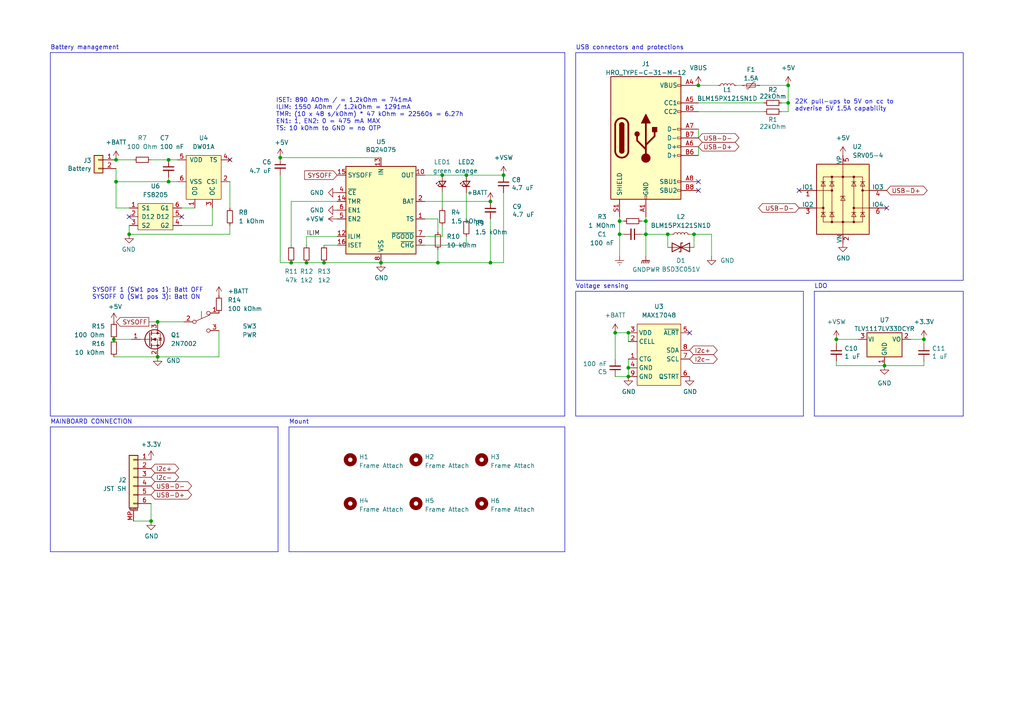
<source format=kicad_sch>
(kicad_sch (version 20211123) (generator eeschema)
  (paper "A4")
  (lib_symbols
    (symbol "Battery_Management:BQ24075RGT"
      (property "Reference" "U" (at -8.89 13.97 0))
      (property "Value" "BQ24075RGT" (at 16.51 13.97 0))
      (symbol "BQ24075RGT_0_1"
        (rectangle (start -10.16 12.7) (end 10.16 -12.7) (stroke (width 0.254)) (fill (type background)))
      )
      (symbol "BQ24075RGT_1_1"
        (pin passive line (at 12.7 -2.54 180) (length 2.54) (name "TS") (number "1"))
        (pin power_out line (at 12.7 10.16 180) (length 2.54) (name "OUT") (number "10"))
        (pin passive line (at 12.7 10.16 180) (length 2.54) hide (name "OUT") (number "11"))
        (pin passive line (at -12.7 -7.62 0) (length 2.54) (name "ILIM") (number "12"))
        (pin power_in line (at 0 15.24 270) (length 2.54) (name "IN") (number "13"))
        (pin input line (at -12.7 2.54 0) (length 2.54) (name "TMR") (number "14"))
        (pin input line (at -12.7 10.16 0) (length 2.54) (name "SYSOFF") (number "15"))
        (pin passive line (at -12.7 -10.16 0) (length 2.54) (name "ISET") (number "16"))
        (pin passive line (at 0 -15.24 90) (length 2.54) hide (name "VSS") (number "17"))
        (pin power_out line (at 12.7 2.54 180) (length 2.54) (name "BAT") (number "2"))
        (pin passive line (at 12.7 2.54 180) (length 2.54) hide (name "BAT") (number "3"))
        (pin input line (at -12.7 5.08 0) (length 2.54) (name "~{CE}") (number "4"))
        (pin input line (at -12.7 -2.54 0) (length 2.54) (name "EN2") (number "5"))
        (pin input line (at -12.7 0 0) (length 2.54) (name "EN1") (number "6"))
        (pin open_collector line (at 12.7 -7.62 180) (length 2.54) (name "~{PGOOD}") (number "7"))
        (pin power_in line (at 0 -15.24 90) (length 2.54) (name "VSS") (number "8"))
        (pin open_collector line (at 12.7 -10.16 180) (length 2.54) (name "~{CHG}") (number "9"))
      )
    )
    (symbol "Connector:USB_C_Receptacle_USB2.0" (pin_names (offset 1.016))
      (property "Reference" "J" (at -10.16 19.05 0))
      (property "Value" "USB_C_Receptacle_USB2.0" (at 19.05 19.05 0))
      (symbol "USB_C_Receptacle_USB2.0_0_0"
        (rectangle (start -0.254 -17.78) (end 0.254 -16.764))
        (rectangle (start 10.16 -14.986) (end 9.144 -15.494))
        (rectangle (start 10.16 -12.446) (end 9.144 -12.954))
        (rectangle (start 10.16 -4.826) (end 9.144 -5.334))
        (rectangle (start 10.16 -2.286) (end 9.144 -2.794))
        (rectangle (start 10.16 0.254) (end 9.144 -0.254))
        (rectangle (start 10.16 2.794) (end 9.144 2.286))
        (rectangle (start 10.16 7.874) (end 9.144 7.366))
        (rectangle (start 10.16 10.414) (end 9.144 9.906))
        (rectangle (start 10.16 15.494) (end 9.144 14.986))
      )
      (symbol "USB_C_Receptacle_USB2.0_0_1"
        (rectangle (start -10.16 17.78) (end 10.16 -17.78) (stroke (width 0.254)) (fill (type background)))
        (arc (start -8.89 -3.81) (mid -6.985 -5.715) (end -5.08 -3.81) (stroke (width 0.508)))
        (arc (start -7.62 -3.81) (mid -6.985 -4.445) (end -6.35 -3.81) (stroke (width 0.254)))
        (arc (start -7.62 -3.81) (mid -6.985 -4.445) (end -6.35 -3.81) (stroke (width 0.254)) (fill (type outline)))
        (rectangle (start -7.62 -3.81) (end -6.35 3.81) (stroke (width 0.254)) (fill (type outline)))
        (arc (start -6.35 3.81) (mid -6.985 4.445) (end -7.62 3.81) (stroke (width 0.254)))
        (arc (start -6.35 3.81) (mid -6.985 4.445) (end -7.62 3.81) (stroke (width 0.254)) (fill (type outline)))
        (arc (start -5.08 3.81) (mid -6.985 5.715) (end -8.89 3.81) (stroke (width 0.508)))
        (circle (center -2.54 1.143) (radius 0.635) (stroke (width 0.254)) (fill (type outline)))
        (circle (center 0 -5.842) (radius 1.27) (fill (type outline)))
        (polyline (pts (xy -8.89 -3.81) (xy -8.89 3.81)) (stroke (width 0.508)))
        (polyline (pts (xy -5.08 3.81) (xy -5.08 -3.81)) (stroke (width 0.508)))
        (polyline (pts (xy 0 -5.842) (xy 0 4.318)) (stroke (width 0.508)))
        (polyline (pts (xy 0 -3.302) (xy -2.54 -0.762) (xy -2.54 0.508)) (stroke (width 0.508)))
        (polyline (pts (xy 0 -2.032) (xy 2.54 0.508) (xy 2.54 1.778)) (stroke (width 0.508)))
        (polyline (pts (xy -1.27 4.318) (xy 0 6.858) (xy 1.27 4.318) (xy -1.27 4.318)) (stroke (width 0.254)) (fill (type outline)))
        (rectangle (start 1.905 1.778) (end 3.175 3.048) (stroke (width 0.254)) (fill (type outline)))
      )
      (symbol "USB_C_Receptacle_USB2.0_1_1"
        (pin passive line (at 0 -22.86 90) (length 5.08) (name "GND") (number "A1"))
        (pin passive line (at 0 -22.86 90) (length 5.08) hide (name "GND") (number "A12"))
        (pin passive line (at 15.24 15.24 180) (length 5.08) (name "VBUS") (number "A4"))
        (pin bidirectional line (at 15.24 10.16 180) (length 5.08) (name "CC1") (number "A5"))
        (pin bidirectional line (at 15.24 -2.54 180) (length 5.08) (name "D+") (number "A6"))
        (pin bidirectional line (at 15.24 2.54 180) (length 5.08) (name "D-") (number "A7"))
        (pin bidirectional line (at 15.24 -12.7 180) (length 5.08) (name "SBU1") (number "A8"))
        (pin passive line (at 15.24 15.24 180) (length 5.08) hide (name "VBUS") (number "A9"))
        (pin passive line (at 0 -22.86 90) (length 5.08) hide (name "GND") (number "B1"))
        (pin passive line (at 0 -22.86 90) (length 5.08) hide (name "GND") (number "B12"))
        (pin passive line (at 15.24 15.24 180) (length 5.08) hide (name "VBUS") (number "B4"))
        (pin bidirectional line (at 15.24 7.62 180) (length 5.08) (name "CC2") (number "B5"))
        (pin bidirectional line (at 15.24 -5.08 180) (length 5.08) (name "D+") (number "B6"))
        (pin bidirectional line (at 15.24 0 180) (length 5.08) (name "D-") (number "B7"))
        (pin bidirectional line (at 15.24 -15.24 180) (length 5.08) (name "SBU2") (number "B8"))
        (pin passive line (at 15.24 15.24 180) (length 5.08) hide (name "VBUS") (number "B9"))
        (pin passive line (at -7.62 -22.86 90) (length 5.08) (name "SHIELD") (number "S1"))
      )
    )
    (symbol "Connector_Generic:Conn_01x02" (pin_names (offset 1.016) hide)
      (property "Reference" "J" (at 0 2.54 0))
      (property "Value" "Conn_01x02" (at 0 -5.08 0))
      (symbol "Conn_01x02_1_1"
        (rectangle (start -1.27 -2.413) (end 0 -2.667) (stroke (width 0.1524)))
        (rectangle (start -1.27 0.127) (end 0 -0.127) (stroke (width 0.1524)))
        (rectangle (start -1.27 1.27) (end 1.27 -3.81) (stroke (width 0.254)) (fill (type background)))
        (pin passive line (at -5.08 0 0) (length 3.81) (name "Pin_1") (number "1"))
        (pin passive line (at -5.08 -2.54 0) (length 3.81) (name "Pin_2") (number "2"))
      )
    )
    (symbol "Connector_Generic_MountingPin:Conn_01x06_MountingPin" (pin_names (offset 1.016) hide)
      (property "Reference" "J" (at 0 7.62 0))
      (property "Value" "Conn_01x06_MountingPin" (at 1.27 -10.16 0))
      (symbol "Conn_01x06_MountingPin_1_1"
        (rectangle (start -1.27 -7.493) (end 0 -7.747) (stroke (width 0.1524)))
        (rectangle (start -1.27 -4.953) (end 0 -5.207) (stroke (width 0.1524)))
        (rectangle (start -1.27 -2.413) (end 0 -2.667) (stroke (width 0.1524)))
        (rectangle (start -1.27 0.127) (end 0 -0.127) (stroke (width 0.1524)))
        (rectangle (start -1.27 2.667) (end 0 2.413) (stroke (width 0.1524)))
        (rectangle (start -1.27 5.207) (end 0 4.953) (stroke (width 0.1524)))
        (rectangle (start -1.27 6.35) (end 1.27 -8.89) (stroke (width 0.254)) (fill (type background)))
        (polyline (pts (xy -1.016 -9.652) (xy 1.016 -9.652)) (stroke (width 0.1524)))
        (text "Mounting" (at 0 -9.271 0) (effects (font (size 0.381 0.381))))
        (pin passive line (at -5.08 5.08 0) (length 3.81) (name "Pin_1") (number "1"))
        (pin passive line (at -5.08 2.54 0) (length 3.81) (name "Pin_2") (number "2"))
        (pin passive line (at -5.08 0 0) (length 3.81) (name "Pin_3") (number "3"))
        (pin passive line (at -5.08 -2.54 0) (length 3.81) (name "Pin_4") (number "4"))
        (pin passive line (at -5.08 -5.08 0) (length 3.81) (name "Pin_5") (number "5"))
        (pin passive line (at -5.08 -7.62 0) (length 3.81) (name "Pin_6") (number "6"))
        (pin passive line (at 0 -12.7 90) (length 3.048) (name "MountPin") (number "MP"))
      )
    )
    (symbol "Device:C_Small" (pin_numbers hide) (pin_names (offset 0.254) hide)
      (property "Reference" "C" (at 0.254 1.778 0))
      (property "Value" "C_Small" (at 0.254 -2.032 0))
      (symbol "C_Small_0_1"
        (polyline (pts (xy -1.524 -0.508) (xy 1.524 -0.508)) (stroke (width 0.3302)))
        (polyline (pts (xy -1.524 0.508) (xy 1.524 0.508)) (stroke (width 0.3048)))
      )
      (symbol "C_Small_1_1"
        (pin passive line (at 0 2.54 270) (length 2.032) (name "~") (number "1"))
        (pin passive line (at 0 -2.54 90) (length 2.032) (name "~") (number "2"))
      )
    )
    (symbol "Device:D_TVS" (pin_numbers hide) (pin_names (offset 1.016) hide)
      (property "Reference" "D" (at 0 2.54 0))
      (property "Value" "D_TVS" (at 0 -2.54 0))
      (symbol "D_TVS_0_1"
        (polyline (pts (xy 1.27 0) (xy -1.27 0)))
        (polyline (pts (xy 0.508 1.27) (xy 0 1.27) (xy 0 -1.27) (xy -0.508 -1.27)) (stroke (width 0.254)))
        (polyline (pts (xy -2.54 1.27) (xy -2.54 -1.27) (xy 2.54 1.27) (xy 2.54 -1.27) (xy -2.54 1.27)) (stroke (width 0.254)))
      )
      (symbol "D_TVS_1_1"
        (pin passive line (at -3.81 0 0) (length 2.54) (name "A1") (number "1"))
        (pin passive line (at 3.81 0 180) (length 2.54) (name "A2") (number "2"))
      )
    )
    (symbol "Device:LED_Small" (pin_numbers hide) (pin_names (offset 0.254) hide)
      (property "Reference" "D" (at -1.27 3.175 0))
      (property "Value" "LED_Small" (at -4.445 -2.54 0))
      (symbol "LED_Small_0_1"
        (polyline (pts (xy -0.762 -1.016) (xy -0.762 1.016)) (stroke (width 0.254)))
        (polyline (pts (xy 1.016 0) (xy -0.762 0)))
        (polyline (pts (xy 0.762 -1.016) (xy -0.762 0) (xy 0.762 1.016) (xy 0.762 -1.016)) (stroke (width 0.254)))
        (polyline (pts (xy 0 0.762) (xy -0.508 1.27) (xy -0.254 1.27) (xy -0.508 1.27) (xy -0.508 1.016)))
        (polyline (pts (xy 0.508 1.27) (xy 0 1.778) (xy 0.254 1.778) (xy 0 1.778) (xy 0 1.524)))
      )
      (symbol "LED_Small_1_1"
        (pin passive line (at -2.54 0 0) (length 1.778) (name "K") (number "1"))
        (pin passive line (at 2.54 0 180) (length 1.778) (name "A") (number "2"))
      )
    )
    (symbol "Device:L_Small" (pin_numbers hide) (pin_names (offset 0.254) hide)
      (property "Reference" "L" (at 0.762 1.016 0))
      (property "Value" "L_Small" (at 0.762 -1.016 0))
      (symbol "L_Small_0_1"
        (arc (start 0 -2.032) (mid 0.508 -1.524) (end 0 -1.016))
        (arc (start 0 -1.016) (mid 0.508 -0.508) (end 0 0))
        (arc (start 0 0) (mid 0.508 0.508) (end 0 1.016))
        (arc (start 0 1.016) (mid 0.508 1.524) (end 0 2.032))
      )
      (symbol "L_Small_1_1"
        (pin passive line (at 0 2.54 270) (length 0.508) (name "~") (number "1"))
        (pin passive line (at 0 -2.54 90) (length 0.508) (name "~") (number "2"))
      )
    )
    (symbol "Device:Polyfuse_Small" (pin_numbers hide) (pin_names (offset 0))
      (property "Reference" "F" (at -1.905 0 90))
      (property "Value" "Polyfuse_Small" (at 1.905 0 90))
      (symbol "Polyfuse_Small_0_1"
        (rectangle (start -0.508 1.27) (end 0.508 -1.27))
        (polyline (pts (xy 0 2.54) (xy 0 -2.54)))
        (polyline (pts (xy -1.016 1.27) (xy -1.016 0.762) (xy 1.016 -0.762) (xy 1.016 -1.27)))
      )
      (symbol "Polyfuse_Small_1_1"
        (pin passive line (at 0 2.54 270) (length 0.635) (name "~") (number "1"))
        (pin passive line (at 0 -2.54 90) (length 0.635) (name "~") (number "2"))
      )
    )
    (symbol "Device:R_Small" (pin_numbers hide) (pin_names (offset 0.254) hide)
      (property "Reference" "R" (at 0.762 0.508 0))
      (property "Value" "R_Small" (at 0.762 -1.016 0))
      (symbol "R_Small_0_1"
        (rectangle (start -0.762 1.778) (end 0.762 -1.778) (stroke (width 0.2032)))
      )
      (symbol "R_Small_1_1"
        (pin passive line (at 0 2.54 270) (length 0.762) (name "~") (number "1"))
        (pin passive line (at 0 -2.54 90) (length 0.762) (name "~") (number "2"))
      )
    )
    (symbol "Mechanical:MountingHole" (pin_names (offset 1.016))
      (property "Reference" "H" (at 0 5.08 0))
      (property "Value" "MountingHole" (at 0 3.175 0))
      (symbol "MountingHole_0_1"
        (circle (center 0 0) (radius 1.27) (stroke (width 1.27)))
      )
    )
    (symbol "Power_Protection:SRV05-4" (pin_names (offset 0))
      (property "Reference" "U" (at -5.08 11.43 0))
      (property "Value" "SRV05-4" (at 2.54 11.43 0))
      (symbol "SRV05-4_0_0"
        (rectangle (start -5.715 6.477) (end 5.715 -6.604))
        (polyline (pts (xy -3.175 -6.604) (xy -3.175 6.477)))
        (polyline (pts (xy 3.175 6.477) (xy 3.175 -6.604)))
      )
      (symbol "SRV05-4_0_1"
        (rectangle (start -7.62 10.16) (end 7.62 -10.16) (stroke (width 0.254)) (fill (type background)))
        (circle (center -5.715 -2.54) (radius 0.2794) (fill (type outline)))
        (circle (center -3.175 -6.604) (radius 0.2794) (fill (type outline)))
        (circle (center -3.175 2.54) (radius 0.2794) (fill (type outline)))
        (circle (center -3.175 6.477) (radius 0.2794) (fill (type outline)))
        (circle (center 0 -6.604) (radius 0.2794) (fill (type outline)))
        (polyline (pts (xy -7.747 2.54) (xy -3.175 2.54)))
        (polyline (pts (xy -7.62 -2.54) (xy -5.715 -2.54)))
        (polyline (pts (xy -5.08 -3.81) (xy -6.35 -3.81)))
        (polyline (pts (xy -5.08 5.08) (xy -6.35 5.08)))
        (polyline (pts (xy -2.54 -3.81) (xy -3.81 -3.81)))
        (polyline (pts (xy -2.54 5.08) (xy -3.81 5.08)))
        (polyline (pts (xy 0 10.16) (xy 0 -10.16)))
        (polyline (pts (xy 3.81 -3.81) (xy 2.54 -3.81)))
        (polyline (pts (xy 3.81 5.08) (xy 2.54 5.08)))
        (polyline (pts (xy 6.35 -3.81) (xy 5.08 -3.81)))
        (polyline (pts (xy 6.35 5.08) (xy 5.08 5.08)))
        (polyline (pts (xy 7.62 -2.54) (xy 3.175 -2.54)))
        (polyline (pts (xy 7.62 2.54) (xy 5.715 2.54)))
        (polyline (pts (xy 0.635 0.889) (xy -0.635 0.889) (xy -0.635 0.635)))
        (polyline (pts (xy -5.08 -5.08) (xy -6.35 -5.08) (xy -5.715 -3.81) (xy -5.08 -5.08)))
        (polyline (pts (xy -5.08 3.81) (xy -6.35 3.81) (xy -5.715 5.08) (xy -5.08 3.81)))
        (polyline (pts (xy -2.54 -5.08) (xy -3.81 -5.08) (xy -3.175 -3.81) (xy -2.54 -5.08)))
        (polyline (pts (xy -2.54 3.81) (xy -3.81 3.81) (xy -3.175 5.08) (xy -2.54 3.81)))
        (polyline (pts (xy 0.635 -0.381) (xy -0.635 -0.381) (xy 0 0.889) (xy 0.635 -0.381)))
        (polyline (pts (xy 3.81 -5.08) (xy 2.54 -5.08) (xy 3.175 -3.81) (xy 3.81 -5.08)))
        (polyline (pts (xy 3.81 3.81) (xy 2.54 3.81) (xy 3.175 5.08) (xy 3.81 3.81)))
        (polyline (pts (xy 6.35 -5.08) (xy 5.08 -5.08) (xy 5.715 -3.81) (xy 6.35 -5.08)))
        (polyline (pts (xy 6.35 3.81) (xy 5.08 3.81) (xy 5.715 5.08) (xy 6.35 3.81)))
        (circle (center 0 6.477) (radius 0.2794) (fill (type outline)))
        (circle (center 3.175 -6.604) (radius 0.2794) (fill (type outline)))
        (circle (center 3.175 -2.54) (radius 0.2794) (fill (type outline)))
        (circle (center 3.175 6.477) (radius 0.2794) (fill (type outline)))
        (circle (center 5.715 2.54) (radius 0.2794) (fill (type outline)))
      )
      (symbol "SRV05-4_1_1"
        (pin passive line (at -12.7 2.54 0) (length 5.08) (name "IO1") (number "1"))
        (pin passive line (at 0 -12.7 90) (length 2.54) (name "VN") (number "2"))
        (pin passive line (at -12.7 -2.54 0) (length 5.08) (name "IO2") (number "3"))
        (pin passive line (at 12.7 2.54 180) (length 5.08) (name "IO3") (number "4"))
        (pin passive line (at 0 12.7 270) (length 2.54) (name "VP") (number "5"))
        (pin passive line (at 12.7 -2.54 180) (length 5.08) (name "IO4") (number "6"))
      )
    )
    (symbol "Regulator_Linear:NCP1117-3.3_SOT223" (pin_names (offset 0.254))
      (property "Reference" "U" (at -3.81 3.175 0))
      (property "Value" "NCP1117-3.3_SOT223" (at 0 3.175 0))
      (symbol "NCP1117-3.3_SOT223_0_1"
        (rectangle (start -5.08 -5.08) (end 5.08 1.905) (stroke (width 0.254)) (fill (type background)))
      )
      (symbol "NCP1117-3.3_SOT223_1_1"
        (pin power_in line (at 0 -7.62 90) (length 2.54) (name "GND") (number "1"))
        (pin power_out line (at 7.62 0 180) (length 2.54) (name "VO") (number "2"))
        (pin power_in line (at -7.62 0 0) (length 2.54) (name "VI") (number "3"))
      )
    )
    (symbol "Switch:SW_Push_SPDT" (pin_names (offset 0) hide)
      (property "Reference" "SW" (at 0 4.318 0))
      (property "Value" "SW_Push_SPDT" (at 0 -5.08 0))
      (symbol "SW_Push_SPDT_0_0"
        (circle (center -2.032 0) (radius 0.508))
        (polyline (pts (xy 0 1.016) (xy 0 3.048)))
        (circle (center 2.032 -2.54) (radius 0.508))
      )
      (symbol "SW_Push_SPDT_0_1"
        (polyline (pts (xy -1.524 0.254) (xy 2.54 2.032)))
        (circle (center 2.032 2.54) (radius 0.508))
      )
      (symbol "SW_Push_SPDT_1_1"
        (pin passive line (at 5.08 2.54 180) (length 2.54) (name "A") (number "1"))
        (pin passive line (at -5.08 0 0) (length 2.54) (name "B") (number "2"))
        (pin passive line (at 5.08 -2.54 180) (length 2.54) (name "C") (number "3"))
      )
    )
    (symbol "Transistor_FET:2N7002" (pin_names hide)
      (property "Reference" "Q" (at 5.08 1.905 0))
      (property "Value" "2N7002" (at 5.08 0 0))
      (symbol "2N7002_0_1"
        (polyline (pts (xy 0.254 0) (xy -2.54 0)))
        (polyline (pts (xy 0.254 1.905) (xy 0.254 -1.905)) (stroke (width 0.254)))
        (polyline (pts (xy 0.762 -1.27) (xy 0.762 -2.286)) (stroke (width 0.254)))
        (polyline (pts (xy 0.762 0.508) (xy 0.762 -0.508)) (stroke (width 0.254)))
        (polyline (pts (xy 0.762 2.286) (xy 0.762 1.27)) (stroke (width 0.254)))
        (polyline (pts (xy 2.54 2.54) (xy 2.54 1.778)))
        (polyline (pts (xy 2.54 -2.54) (xy 2.54 0) (xy 0.762 0)))
        (polyline (pts (xy 0.762 -1.778) (xy 3.302 -1.778) (xy 3.302 1.778) (xy 0.762 1.778)))
        (polyline (pts (xy 1.016 0) (xy 2.032 0.381) (xy 2.032 -0.381) (xy 1.016 0)) (fill (type outline)))
        (polyline (pts (xy 2.794 0.508) (xy 2.921 0.381) (xy 3.683 0.381) (xy 3.81 0.254)))
        (polyline (pts (xy 3.302 0.381) (xy 2.921 -0.254) (xy 3.683 -0.254) (xy 3.302 0.381)))
        (circle (center 1.651 0) (radius 2.794) (stroke (width 0.254)))
        (circle (center 2.54 -1.778) (radius 0.254) (fill (type outline)))
        (circle (center 2.54 1.778) (radius 0.254) (fill (type outline)))
      )
      (symbol "2N7002_1_1"
        (pin input line (at -5.08 0 0) (length 2.54) (name "G") (number "1"))
        (pin passive line (at 2.54 -5.08 90) (length 2.54) (name "S") (number "2"))
        (pin passive line (at 2.54 5.08 270) (length 2.54) (name "D") (number "3"))
      )
    )
    (symbol "marbastlib-various:DW01A" (pin_names (offset 1.016))
      (property "Reference" "U" (at -5.08 7.62 0))
      (property "Value" "DW01A" (at 2.54 7.62 0))
      (symbol "DW01A_0_1"
        (rectangle (start -5.08 6.35) (end 5.08 -6.35) (fill (type background)))
      )
      (symbol "DW01A_1_1"
        (pin output line (at -2.54 -8.89 90) (length 2.54) (name "OD") (number "1"))
        (pin input line (at 7.62 -1.27 180) (length 2.54) (name "CSI") (number "2"))
        (pin output line (at 2.54 -8.89 90) (length 2.54) (name "OC") (number "3"))
        (pin no_connect line (at 7.62 5.08 180) (length 2.54) (name "TS") (number "4"))
        (pin power_in line (at -7.62 5.08 0) (length 2.54) (name "VDD") (number "5"))
        (pin power_in line (at -7.62 -1.27 0) (length 2.54) (name "VSS") (number "6"))
      )
    )
    (symbol "marbastlib-various:FS8205" (pin_names (offset 1.016))
      (property "Reference" "U" (at -3.81 5.08 0))
      (property "Value" "FS8205" (at -1.27 -5.08 0))
      (symbol "FS8205_0_1"
        (rectangle (start -5.08 3.81) (end 5.08 -3.81) (fill (type background)))
      )
      (symbol "FS8205_1_1"
        (pin power_in line (at -7.62 2.54 0) (length 2.54) (name "S1") (number "1"))
        (pin power_in line (at -7.62 0 0) (length 2.54) (name "D12") (number "2"))
        (pin power_in line (at -7.62 -2.54 0) (length 2.54) (name "S2") (number "3"))
        (pin input line (at 7.62 -2.54 180) (length 2.54) (name "G2") (number "4"))
        (pin power_in line (at 7.62 0 180) (length 2.54) (name "D12") (number "5"))
        (pin input line (at 7.62 2.54 180) (length 2.54) (name "G1") (number "6"))
      )
    )
    (symbol "marbastlib-various:MAX17048"
      (property "Reference" "U" (at 0 10.16 0))
      (property "Value" "MAX17048" (at 0 -10.16 0))
      (symbol "MAX17048_0_0"
        (pin power_in line (at -8.89 -1.27 0) (length 2.54) (name "CTG") (number "1"))
        (pin power_in line (at -8.89 3.81 0) (length 2.54) (name "CELL") (number "2"))
        (pin power_in line (at -8.89 6.35 0) (length 2.54) (name "VDD") (number "3"))
        (pin power_in line (at -8.89 -3.81 0) (length 2.54) (name "GND") (number "4"))
        (pin open_collector line (at 8.89 6.35 180) (length 2.54) (name "~{ALRT}") (number "5"))
        (pin input line (at 8.89 -6.35 180) (length 2.54) (name "QSTRT") (number "6"))
        (pin bidirectional line (at 8.89 -1.27 180) (length 2.54) (name "SCL") (number "7"))
        (pin bidirectional line (at 8.89 1.27 180) (length 2.54) (name "SDA") (number "8"))
        (pin power_in line (at -8.89 -6.35 0) (length 2.54) (name "GND") (number "9"))
      )
      (symbol "MAX17048_0_1"
        (rectangle (start -6.35 8.89) (end 6.35 -8.89) (stroke (width 0.1524)) (fill (type background)))
      )
    )
    (symbol "power:+3.3V" (power) (pin_names (offset 0))
      (property "Value" "+3.3V" (at 0 3.556 0))
      (symbol "+3.3V_0_1"
        (polyline (pts (xy -0.762 1.27) (xy 0 2.54)))
        (polyline (pts (xy 0 0) (xy 0 2.54)))
        (polyline (pts (xy 0 2.54) (xy 0.762 1.27)))
      )
      (symbol "+3.3V_1_1"
        (pin power_in line (at 0 0 90) (length 0) hide (name "+3.3V") (number "1"))
      )
    )
    (symbol "power:+5V" (power) (pin_names (offset 0))
      (property "Value" "+5V" (at 0 3.556 0))
      (symbol "+5V_0_1"
        (polyline (pts (xy -0.762 1.27) (xy 0 2.54)))
        (polyline (pts (xy 0 0) (xy 0 2.54)))
        (polyline (pts (xy 0 2.54) (xy 0.762 1.27)))
      )
      (symbol "+5V_1_1"
        (pin power_in line (at 0 0 90) (length 0) hide (name "+5V") (number "1"))
      )
    )
    (symbol "power:+BATT" (power) (pin_names (offset 0))
      (property "Value" "+BATT" (at 0 3.556 0))
      (symbol "+BATT_0_1"
        (polyline (pts (xy -0.762 1.27) (xy 0 2.54)))
        (polyline (pts (xy 0 0) (xy 0 2.54)))
        (polyline (pts (xy 0 2.54) (xy 0.762 1.27)))
      )
      (symbol "+BATT_1_1"
        (pin power_in line (at 0 0 90) (length 0) hide (name "+BATT") (number "1"))
      )
    )
    (symbol "power:+VSW" (power) (pin_names (offset 0))
      (property "Value" "+VSW" (at 0 3.556 0))
      (symbol "+VSW_0_1"
        (polyline (pts (xy -0.762 1.27) (xy 0 2.54)))
        (polyline (pts (xy 0 0) (xy 0 2.54)))
        (polyline (pts (xy 0 2.54) (xy 0.762 1.27)))
      )
      (symbol "+VSW_1_1"
        (pin power_in line (at 0 0 90) (length 0) hide (name "+VSW") (number "1"))
      )
    )
    (symbol "power:Earth" (power) (pin_names (offset 0))
      (symbol "Earth_0_1"
        (polyline (pts (xy -0.635 -1.905) (xy 0.635 -1.905)))
        (polyline (pts (xy -0.127 -2.54) (xy 0.127 -2.54)))
        (polyline (pts (xy 0 -1.27) (xy 0 0)))
        (polyline (pts (xy 1.27 -1.27) (xy -1.27 -1.27)))
      )
      (symbol "Earth_1_1"
        (pin power_in line (at 0 0 270) (length 0) hide (name "Earth") (number "1"))
      )
    )
    (symbol "power:GND" (power) (pin_names (offset 0))
      (property "Value" "GND" (at 0 -3.81 0))
      (symbol "GND_0_1"
        (polyline (pts (xy 0 0) (xy 0 -1.27) (xy 1.27 -1.27) (xy 0 -2.54) (xy -1.27 -1.27) (xy 0 -1.27)))
      )
      (symbol "GND_1_1"
        (pin power_in line (at 0 0 270) (length 0) hide (name "GND") (number "1"))
      )
    )
    (symbol "power:GNDPWR" (power) (pin_names (offset 0))
      (property "Value" "GNDPWR" (at 0 -3.302 0))
      (symbol "GNDPWR_0_1"
        (polyline (pts (xy 0 -1.27) (xy 0 0)))
        (polyline (pts (xy -1.016 -1.27) (xy -1.27 -2.032) (xy -1.27 -2.032)) (stroke (width 0.2032)))
        (polyline (pts (xy -0.508 -1.27) (xy -0.762 -2.032) (xy -0.762 -2.032)) (stroke (width 0.2032)))
        (polyline (pts (xy 0 -1.27) (xy -0.254 -2.032) (xy -0.254 -2.032)) (stroke (width 0.2032)))
        (polyline (pts (xy 0.508 -1.27) (xy 0.254 -2.032) (xy 0.254 -2.032)) (stroke (width 0.2032)))
        (polyline (pts (xy 1.016 -1.27) (xy -1.016 -1.27) (xy -1.016 -1.27)) (stroke (width 0.2032)))
        (polyline (pts (xy 1.016 -1.27) (xy 0.762 -2.032) (xy 0.762 -2.032) (xy 0.762 -2.032)) (stroke (width 0.2032)))
      )
      (symbol "GNDPWR_1_1"
        (pin power_in line (at 0 0 270) (length 0) hide (name "GNDPWR") (number "1"))
      )
    )
    (symbol "power:VBUS" (power) (pin_names (offset 0))
      (property "Value" "VBUS" (at 0 3.81 0))
      (symbol "VBUS_0_1"
        (polyline (pts (xy -0.762 1.27) (xy 0 2.54)))
        (polyline (pts (xy 0 0) (xy 0 2.54)))
        (polyline (pts (xy 0 2.54) (xy 0.762 1.27)))
      )
      (symbol "VBUS_1_1"
        (pin power_in line (at 0 0 90) (length 0) hide (name "VBUS") (number "1"))
      )
    )
  )
  (junction (at 242.57 98.425))
  (junction (at 48.895 46.355))
  (junction (at 33.655 52.705))
  (junction (at 37.465 67.945))
  (junction (at 228.6 24.765))
  (junction (at 193.675 67.945))
  (junction (at 81.28 45.72))
  (junction (at 179.705 67.945) (diameter 0.9144))
  (junction (at 187.325 67.945) (diameter 0.9144))
  (junction (at 201.295 67.945))
  (junction (at 48.895 52.705))
  (junction (at 228.6 29.845))
  (junction (at 142.24 58.42) (diameter 0.9144))
  (junction (at 45.72 103.505))
  (junction (at 267.97 98.425))
  (junction (at 179.705 64.135) (diameter 0.9144))
  (junction (at 182.245 109.22))
  (junction (at 88.9 76.2) (diameter 0.9144))
  (junction (at 110.49 76.2) (diameter 0.9144))
  (junction (at 142.24 76.2))
  (junction (at 135.255 50.8))
  (junction (at 93.98 76.2) (diameter 0.9144))
  (junction (at 202.565 24.765))
  (junction (at 84.455 76.2))
  (junction (at 43.815 151.13))
  (junction (at 256.54 106.045))
  (junction (at 33.655 46.355))
  (junction (at 127 76.2) (diameter 0.9144))
  (junction (at 182.245 96.52))
  (junction (at 128.27 50.8))
  (junction (at 146.05 50.8))
  (junction (at 33.02 98.425))
  (junction (at 187.325 64.135) (diameter 0.9144))
  (junction (at 182.245 106.68))
  (junction (at 45.72 93.345))
  (junction (at 178.435 96.52))
  (no_connect (at 231.775 55.245))
  (no_connect (at 202.565 55.245))
  (no_connect (at 202.565 52.705))
  (no_connect (at 200.025 96.52))
  (no_connect (at 37.465 62.865))
  (no_connect (at 66.675 46.355))
  (no_connect (at 52.705 62.865))
  (no_connect (at 257.175 60.325))
  (wire (pts (xy 43.18 93.345) (xy 45.72 93.345)))
  (wire (pts (xy 123.19 63.5) (xy 127 63.5)))
  (wire (pts (xy 220.345 24.765) (xy 228.6 24.765)))
  (polyline (pts (xy 279.3746 120.6754) (xy 279.3746 84.4804)) (stroke (width 0) (type solid)))
  (wire (pts (xy 146.05 76.2) (xy 142.24 76.2)))
  (wire (pts (xy 93.98 71.12) (xy 97.79 71.12)))
  (wire (pts (xy 256.54 106.045) (xy 267.97 106.045)))
  (wire (pts (xy 221.615 29.845) (xy 202.565 29.845)))
  (polyline (pts (xy 14.605 15.24) (xy 163.83 15.24)) (stroke (width 0) (type solid)))
  (wire (pts (xy 193.675 67.945) (xy 193.675 71.755)))
  (polyline (pts (xy 279.3746 81.3054) (xy 279.3746 15.2654)) (stroke (width 0) (type solid)))
  (wire (pts (xy 182.245 96.52) (xy 182.245 99.06)))
  (wire (pts (xy 128.27 50.8) (xy 135.255 50.8)))
  (polyline (pts (xy 83.82 123.825) (xy 83.82 160.02)) (stroke (width 0) (type solid)))
  (wire (pts (xy 127 67.31) (xy 127 63.5)))
  (wire (pts (xy 186.055 67.945) (xy 187.325 67.945)))
  (wire (pts (xy 33.655 48.895) (xy 33.655 52.705)))
  (wire (pts (xy 33.655 60.325) (xy 37.465 60.325)))
  (wire (pts (xy 179.705 62.865) (xy 179.705 64.135)))
  (wire (pts (xy 264.16 98.425) (xy 267.97 98.425)))
  (wire (pts (xy 48.895 52.705) (xy 48.895 51.435)))
  (wire (pts (xy 179.705 64.135) (xy 179.705 67.945)))
  (polyline (pts (xy 166.9796 15.2654) (xy 279.3746 15.2654)) (stroke (width 0) (type solid)))
  (polyline (pts (xy 233.0196 120.6754) (xy 233.0196 84.4804)) (stroke (width 0) (type solid)))
  (wire (pts (xy 182.245 104.14) (xy 182.245 106.68)))
  (wire (pts (xy 66.675 67.945) (xy 66.675 65.405)))
  (polyline (pts (xy 14.605 15.24) (xy 14.5796 120.6754)) (stroke (width 0) (type solid)))
  (wire (pts (xy 200.025 67.945) (xy 201.295 67.945)))
  (wire (pts (xy 37.465 65.405) (xy 37.465 67.945)))
  (wire (pts (xy 88.9 68.58) (xy 97.79 68.58)))
  (wire (pts (xy 66.675 52.705) (xy 66.675 60.325)))
  (wire (pts (xy 206.375 74.295) (xy 206.375 67.945)))
  (wire (pts (xy 206.375 67.945) (xy 201.295 67.945)))
  (wire (pts (xy 135.255 55.88) (xy 135.255 63.5)))
  (wire (pts (xy 51.435 52.705) (xy 48.895 52.705)))
  (wire (pts (xy 84.455 58.42) (xy 97.79 58.42)))
  (polyline (pts (xy 166.9796 84.4804) (xy 233.0196 84.4804)) (stroke (width 0) (type solid)))
  (polyline (pts (xy 14.605 160.02) (xy 80.645 160.02)) (stroke (width 0) (type solid)))
  (wire (pts (xy 93.98 76.2) (xy 110.49 76.2)))
  (wire (pts (xy 213.487 24.765) (xy 215.265 24.765)))
  (wire (pts (xy 178.435 96.52) (xy 182.245 96.52)))
  (wire (pts (xy 81.28 45.72) (xy 110.49 45.72)))
  (wire (pts (xy 88.9 68.58) (xy 88.9 71.12)))
  (wire (pts (xy 242.57 104.775) (xy 242.57 106.045)))
  (wire (pts (xy 178.435 96.52) (xy 178.435 104.14)))
  (wire (pts (xy 228.6 24.765) (xy 228.6 29.845)))
  (wire (pts (xy 43.815 151.13) (xy 38.735 151.13)))
  (wire (pts (xy 202.565 42.545) (xy 202.565 45.085)))
  (wire (pts (xy 242.57 98.425) (xy 248.92 98.425)))
  (wire (pts (xy 33.02 98.425) (xy 38.1 98.425)))
  (wire (pts (xy 43.815 46.355) (xy 48.895 46.355)))
  (polyline (pts (xy 166.9796 15.2654) (xy 166.9796 81.3054)) (stroke (width 0) (type solid)))
  (wire (pts (xy 63.5 103.505) (xy 45.72 103.505)))
  (wire (pts (xy 45.72 93.345) (xy 53.34 93.345)))
  (polyline (pts (xy 80.645 160.02) (xy 80.645 123.825)) (stroke (width 0) (type solid)))
  (wire (pts (xy 228.6 32.385) (xy 226.695 32.385)))
  (polyline (pts (xy 83.82 123.825) (xy 163.83 123.825)) (stroke (width 0) (type solid)))
  (polyline (pts (xy 236.1946 84.4804) (xy 236.1946 120.6754)) (stroke (width 0) (type solid)))
  (wire (pts (xy 180.975 64.135) (xy 179.705 64.135)))
  (wire (pts (xy 84.455 76.2) (xy 88.9 76.2)))
  (wire (pts (xy 37.465 67.945) (xy 66.675 67.945)))
  (wire (pts (xy 123.19 71.12) (xy 135.255 71.12)))
  (wire (pts (xy 202.565 24.765) (xy 208.407 24.765)))
  (wire (pts (xy 182.245 106.68) (xy 182.245 109.22)))
  (wire (pts (xy 33.655 46.355) (xy 38.735 46.355)))
  (wire (pts (xy 110.49 76.2) (xy 127 76.2)))
  (polyline (pts (xy 166.9796 84.4804) (xy 166.9796 120.6754)) (stroke (width 0) (type solid)))
  (polyline (pts (xy 166.9796 81.3054) (xy 279.3746 81.3054)) (stroke (width 0) (type solid)))
  (wire (pts (xy 52.705 60.325) (xy 56.515 60.325)))
  (wire (pts (xy 33.655 52.705) (xy 48.895 52.705)))
  (wire (pts (xy 135.255 68.58) (xy 135.255 71.12)))
  (wire (pts (xy 193.675 67.945) (xy 187.325 67.945)))
  (wire (pts (xy 187.325 64.135) (xy 187.325 67.945)))
  (wire (pts (xy 123.19 50.8) (xy 128.27 50.8)))
  (wire (pts (xy 267.97 98.425) (xy 267.97 99.695)))
  (wire (pts (xy 178.435 109.22) (xy 182.245 109.22)))
  (wire (pts (xy 202.565 32.385) (xy 221.615 32.385)))
  (wire (pts (xy 179.705 67.945) (xy 179.705 74.295)))
  (wire (pts (xy 81.28 50.8) (xy 81.28 76.2)))
  (wire (pts (xy 63.5 95.885) (xy 63.5 103.505)))
  (wire (pts (xy 194.945 67.945) (xy 193.675 67.945)))
  (polyline (pts (xy 163.8046 120.6754) (xy 163.83 15.24)) (stroke (width 0) (type solid)))
  (polyline (pts (xy 14.5796 120.6754) (xy 163.8046 120.6754)) (stroke (width 0) (type solid)))
  (wire (pts (xy 123.19 58.42) (xy 142.24 58.42)))
  (wire (pts (xy 33.655 52.705) (xy 33.655 60.325)))
  (wire (pts (xy 242.57 106.045) (xy 256.54 106.045)))
  (wire (pts (xy 128.27 68.58) (xy 123.19 68.58)))
  (wire (pts (xy 186.055 64.135) (xy 187.325 64.135)))
  (wire (pts (xy 61.595 65.405) (xy 61.595 60.325)))
  (wire (pts (xy 52.705 65.405) (xy 61.595 65.405)))
  (wire (pts (xy 81.28 76.2) (xy 84.455 76.2)))
  (wire (pts (xy 267.97 104.775) (xy 267.97 106.045)))
  (polyline (pts (xy 236.1946 84.4804) (xy 279.3746 84.4804)) (stroke (width 0) (type solid)))
  (wire (pts (xy 128.27 65.405) (xy 128.27 68.58)))
  (wire (pts (xy 43.815 146.05) (xy 43.815 151.13)))
  (wire (pts (xy 202.565 37.465) (xy 202.565 40.005)))
  (wire (pts (xy 201.295 67.945) (xy 201.295 71.755)))
  (wire (pts (xy 33.02 103.505) (xy 45.72 103.505)))
  (polyline (pts (xy 83.82 160.02) (xy 163.83 160.02)) (stroke (width 0) (type solid)))
  (polyline (pts (xy 163.83 160.02) (xy 163.83 123.825)) (stroke (width 0) (type solid)))
  (wire (pts (xy 242.57 99.695) (xy 242.57 98.425)))
  (wire (pts (xy 180.975 67.945) (xy 179.705 67.945)))
  (polyline (pts (xy 236.1946 120.6754) (xy 279.3746 120.6754)) (stroke (width 0) (type solid)))
  (wire (pts (xy 187.325 62.865) (xy 187.325 64.135)))
  (wire (pts (xy 146.05 55.88) (xy 146.05 76.2)))
  (wire (pts (xy 48.895 46.355) (xy 51.435 46.355)))
  (wire (pts (xy 142.24 63.5) (xy 142.24 76.2)))
  (wire (pts (xy 84.455 71.12) (xy 84.455 58.42)))
  (wire (pts (xy 127 72.39) (xy 127 76.2)))
  (wire (pts (xy 135.255 50.8) (xy 146.05 50.8)))
  (wire (pts (xy 187.325 67.945) (xy 187.325 74.295)))
  (wire (pts (xy 226.695 29.845) (xy 228.6 29.845)))
  (wire (pts (xy 127 76.2) (xy 142.24 76.2)))
  (polyline (pts (xy 166.9796 120.6754) (xy 233.0196 120.6754)) (stroke (width 0) (type solid)))
  (wire (pts (xy 88.9 76.2) (xy 93.98 76.2)))
  (polyline (pts (xy 14.605 123.825) (xy 80.645 123.825)) (stroke (width 0) (type solid)))
  (polyline (pts (xy 14.605 123.825) (xy 14.605 160.02)) (stroke (width 0) (type solid)))
  (wire (pts (xy 228.6 29.845) (xy 228.6 32.385)))
  (wire (pts (xy 128.27 55.88) (xy 128.27 60.325)))
  (text "Voltage sensing" (at 166.9796 83.8454 0) (effects (font (size 1.27 1.27)) (justify left bottom)))
  (text "ISET: 890 AOhm / = 1.2kOhm = 741mA\nILIM: 1550 AOhm / 1.2kOhm = 1291mA\nTMR: (10 x 48 s/kOhm) * 47 kOhm = 22560s = 6.27h\nEN1: 1, EN2: 0 = 475 mA MAX\nTS: 10 kOhm to GND = no OTP" (at 80.01 38.1 0) (effects (font (size 1.27 1.27)) (justify left bottom)))
  (text "Battery management" (at 14.605 14.605 0) (effects (font (size 1.27 1.27)) (justify left bottom)))
  (text "Mount" (at 83.82 123.19 0) (effects (font (size 1.27 1.27)) (justify left bottom)))
  (text "22K pull-ups to 5V on cc to \nadverise 5V 1.5A capability" (at 230.505 32.385 0) (effects (font (size 1.27 1.27)) (justify left bottom)))
  (text "MAINBOARD CONNECTION" (at 14.605 123.19 0) (effects (font (size 1.27 1.27)) (justify left bottom)))
  (text "LDO" (at 236.1946 83.8454 0) (effects (font (size 1.27 1.27)) (justify left bottom)))
  (text "SYSOFF 1 (SW1 pos 1): Batt OFF\nSYSOFF 0 (SW1 pos 3): Batt ON" (at 26.67 86.995 0) (effects (font (size 1.27 1.27)) (justify left bottom)))
  (text "USB connectors and protections" (at 166.9796 14.6304 0) (effects (font (size 1.27 1.27)) (justify left bottom)))
  (label "ILIM" (at 88.9 68.58 0))
  (global_label "USB-D-" (shape bidirectional) (at 231.775 60.325 180) (property "Intersheet References" "${INTERSHEET_REFS}" (effects hide)))
  (global_label "USB-D+" (shape bidirectional) (at 43.815 143.51 0) (property "Intersheet References" "${INTERSHEET_REFS}" (effects hide)))
  (global_label "I2c+" (shape bidirectional) (at 200.025 101.6 0) (property "Intersheet References" "${INTERSHEET_REFS}" (effects hide)))
  (global_label "USB-D+" (shape bidirectional) (at 257.175 55.245 0) (property "Intersheet References" "${INTERSHEET_REFS}" (effects hide)))
  (global_label "I2c-" (shape bidirectional) (at 200.025 104.14 0) (property "Intersheet References" "${INTERSHEET_REFS}" (effects hide)))
  (global_label "USB-D-" (shape bidirectional) (at 43.815 140.97 0) (property "Intersheet References" "${INTERSHEET_REFS}" (effects hide)))
  (global_label "SYSOFF" (shape input) (at 97.79 50.8 180) (property "Intersheet References" "${INTERSHEET_REFS}" (effects hide)))
  (global_label "SYSOFF" (shape output) (at 43.18 93.345 180) (property "Intersheet References" "${INTERSHEET_REFS}" (effects hide)))
  (global_label "I2c-" (shape bidirectional) (at 43.815 138.43 0) (property "Intersheet References" "${INTERSHEET_REFS}" (effects hide)))
  (global_label "USB-D-" (shape bidirectional) (at 202.565 40.005 0) (property "Intersheet References" "${INTERSHEET_REFS}" (effects hide)))
  (global_label "USB-D+" (shape bidirectional) (at 202.565 42.545 0) (property "Intersheet References" "${INTERSHEET_REFS}" (effects hide)))
  (global_label "I2c+" (shape bidirectional) (at 43.815 135.89 0) (property "Intersheet References" "${INTERSHEET_REFS}" (effects hide)))
  (symbol (lib_id "power:GND") (at 256.54 106.045 0) (mirror y) (unit 1)
    (property "Reference" "#PWR0136" (effects hide))
    (property "Value" "GND" (at 256.54 111.125 0))
  )
  (symbol (lib_id "power:GND") (at 206.375 74.295 0) (unit 1)
    (property "Reference" "#PWR0122" (effects hide))
    (property "Value" "GND" (at 208.915 75.5649 0) (effects (justify left)))
  )
  (symbol (lib_id "Transistor_FET:2N7002") (at 43.18 98.425 0) (unit 1)
    (property "Reference" "Q1" (at 49.53 97.1549 0) (effects (justify left)))
    (property "Value" "2N7002" (at 49.53 99.6949 0) (effects (justify left)))
    (property "Footprint" "Package_TO_SOT_SMD:SOT-23" (effects hide))
    (property "Datasheet" "https://www.onsemi.com/pub/Collateral/NDS7002A-D.PDF" (effects hide))
  )
  (symbol (lib_id "Device:C_Small") (at 183.515 67.945 270) (unit 1)
    (property "Reference" "C1" (at 174.625 67.945 90))
    (property "Value" "100 nF" (at 174.625 70.485 90))
    (property "Footprint" "Capacitor_SMD:C_0402_1005Metric" (effects hide))
    (property "Notes" "X7R, 10%" (effects hide))
  )
  (symbol (lib_id "power:GNDPWR") (at 187.325 74.295 0) (unit 1)
    (property "Reference" "#PWR0128" (effects hide))
    (property "Value" "GNDPWR" (at 187.4266 78.2066 0))
  )
  (symbol (lib_id "Mechanical:MountingHole") (at 101.6 146.05 0) (unit 1)
    (property "Reference" "H4" (at 104.14 145.2153 0) (effects (justify left)))
    (property "Value" "Frame Attach" (at 104.14 147.7522 0) (effects (justify left)))
    (property "Footprint" "custom:MountingHole_1.8mm_M1.6_Pad" (effects hide))
  )
  (symbol (lib_id "Device:R_Small") (at 127 69.85 0) (unit 1)
    (property "Reference" "R10" (at 129.54 68.5799 0) (effects (justify left)))
    (property "Value" "10 kOhm" (at 129.54 71.1199 0) (effects (justify left)))
    (property "Footprint" "Resistor_SMD:R_0402_1005Metric" (effects hide))
  )
  (symbol (lib_id "power:+3.3V") (at 267.97 98.425 0) (unit 1)
    (property "Reference" "#PWR0134" (effects hide))
    (property "Value" "+3.3V" (at 267.97 93.345 0))
  )
  (symbol (lib_id "Connector_Generic_MountingPin:Conn_01x06_MountingPin") (at 38.735 138.43 0) (mirror y) (unit 1)
    (property "Reference" "J2" (at 36.703 139.2209 0) (effects (justify left)))
    (property "Value" "JST SH" (at 36.703 141.7578 0) (effects (justify left)))
    (property "Footprint" "Connector_JST:JST_SH_BM06B-SRSS-TB_1x06-1MP_P1.00mm_Vertical" (effects hide))
  )
  (symbol (lib_id "power:+BATT") (at 178.435 96.52 0) (unit 1)
    (property "Reference" "#PWR0124" (effects hide))
    (property "Value" "+BATT" (at 178.435 91.44 0))
  )
  (symbol (lib_id "Device:L_Small") (at 197.485 67.945 90) (unit 1)
    (property "Reference" "L2" (at 197.485 62.865 90))
    (property "Value" "BLM15PX121SN1D" (at 197.485 65.405 90))
    (property "Footprint" "Inductor_SMD:L_0402_1005Metric" (effects hide))
  )
  (symbol (lib_id "Mechanical:MountingHole") (at 101.6 133.35 0) (unit 1)
    (property "Reference" "H1" (at 104.14 132.5153 0) (effects (justify left)))
    (property "Value" "Frame Attach" (at 104.14 135.0522 0) (effects (justify left)))
    (property "Footprint" "custom:MountingHole_1.8mm_M1.6_Pad" (effects hide))
  )
  (symbol (lib_id "Device:R_Small") (at 33.02 95.885 0) (unit 1)
    (property "Reference" "R15" (at 30.48 94.6149 0) (effects (justify right)))
    (property "Value" "100 Ohm" (at 30.48 97.1549 0) (effects (justify right)))
    (property "Footprint" "Resistor_SMD:R_0402_1005Metric" (effects hide))
  )
  (symbol (lib_id "power:+BATT") (at 33.655 46.355 0) (mirror y) (unit 1)
    (property "Reference" "#PWR0107" (effects hide))
    (property "Value" "+BATT" (at 33.655 41.275 0))
  )
  (symbol (lib_id "Mechanical:MountingHole") (at 139.7 146.05 0) (unit 1)
    (property "Reference" "H6" (at 142.24 145.2153 0) (effects (justify left)))
    (property "Value" "Frame Attach" (at 142.24 147.7522 0) (effects (justify left)))
    (property "Footprint" "custom:MountingHole_1.8mm_M1.6_Pad" (effects hide))
  )
  (symbol (lib_id "Switch:SW_Push_SPDT") (at 58.42 93.345 0) (unit 1)
    (property "Reference" "SW3" (at 72.39 94.615 0))
    (property "Value" "PWR" (at 72.39 97.155 0))
    (property "Footprint" "marbastlib-various:SW_SSSS213100" (effects hide))
  )
  (symbol (lib_id "power:+VSW") (at 146.05 50.8 0) (unit 1)
    (property "Reference" "#PWR0135" (effects hide))
    (property "Value" "+VSW" (at 146.05 45.72 0))
  )
  (symbol (lib_id "Mechanical:MountingHole") (at 139.7 133.35 0) (unit 1)
    (property "Reference" "H3" (at 142.24 132.5153 0) (effects (justify left)))
    (property "Value" "Frame Attach" (at 142.24 135.0522 0) (effects (justify left)))
    (property "Footprint" "custom:MountingHole_1.8mm_M1.6_Pad" (effects hide))
  )
  (symbol (lib_id "Power_Protection:SRV05-4") (at 244.475 57.785 0) (unit 1)
    (property "Reference" "U2" (at 247.2437 42.545 0) (effects (justify left)))
    (property "Value" "SRV05-4" (at 247.2437 45.085 0) (effects (justify left)))
    (property "Footprint" "marbastlib-various:SOT-23-6-routable" (effects hide))
    (property "Datasheet" "http://www.onsemi.com/pub/Collateral/SRV05-4-D.PDF" (effects hide))
  )
  (symbol (lib_id "power:GND") (at 110.49 76.2 0) (unit 1)
    (property "Reference" "#PWR0115" (effects hide))
    (property "Value" "GND" (at 110.617 80.5942 0))
  )
  (symbol (lib_id "Device:R_Small") (at 93.98 73.66 0) (unit 1)
    (property "Reference" "R13" (at 94.0054 78.7146 0))
    (property "Value" "1k2" (at 94.0054 81.2515 0))
    (property "Footprint" "Resistor_SMD:R_0402_1005Metric" (effects hide))
  )
  (symbol (lib_id "Device:C_Small") (at 48.895 48.895 0) (unit 1)
    (property "Reference" "C7" (at 46.355 40.005 0) (effects (justify left)))
    (property "Value" "100 nF" (at 46.355 42.545 0) (effects (justify left)))
    (property "Footprint" "Capacitor_SMD:C_0402_1005Metric" (effects hide))
    (property "Notes" "X7R, 10%" (effects hide))
  )
  (symbol (lib_id "power:+5V") (at 228.6 24.765 0) (unit 1)
    (property "Reference" "#PWR0132" (effects hide))
    (property "Value" "+5V" (at 228.6 19.685 0))
  )
  (symbol (lib_id "Mechanical:MountingHole") (at 120.65 146.05 0) (unit 1)
    (property "Reference" "H5" (at 123.19 145.2153 0) (effects (justify left)))
    (property "Value" "Frame Attach" (at 123.19 147.7522 0) (effects (justify left)))
    (property "Footprint" "custom:MountingHole_1.8mm_M1.6_Pad" (effects hide))
  )
  (symbol (lib_id "Battery_Management:BQ24075RGT") (at 110.49 60.96 0) (unit 1)
    (property "Reference" "U5" (at 110.49 41.1226 0))
    (property "Value" "BQ24075" (at 110.49 43.434 0))
    (property "Footprint" "Package_DFN_QFN:VQFN-16-1EP_3x3mm_P0.5mm_EP1.6x1.6mm" (effects hide))
    (property "Datasheet" "http://www.ti.com/lit/ds/symlink/bq24075.pdf" (effects hide))
  )
  (symbol (lib_id "Connector_Generic:Conn_01x02") (at 28.575 46.355 0) (mirror y) (unit 1)
    (property "Reference" "J3" (at 26.543 46.5582 0) (effects (justify left)))
    (property "Value" "Battery" (at 26.543 48.8696 0) (effects (justify left)))
    (property "Footprint" "custom:Keystone 18350 clips" (effects hide))
  )
  (symbol (lib_id "power:+VSW") (at 242.57 98.425 0) (unit 1)
    (property "Reference" "#PWR0133" (effects hide))
    (property "Value" "+VSW" (at 242.57 93.345 0))
  )
  (symbol (lib_id "power:GND") (at 200.025 109.22 0) (unit 1)
    (property "Reference" "#PWR0125" (effects hide))
    (property "Value" "GND" (at 200.152 113.6142 0))
  )
  (symbol (lib_id "power:GND") (at 97.79 55.88 270) (unit 1)
    (property "Reference" "#PWR0116" (effects hide))
    (property "Value" "GND" (at 93.98 55.8799 90) (effects (justify right)))
  )
  (symbol (lib_id "Device:L_Small") (at 210.947 24.765 90) (unit 1)
    (property "Reference" "L1" (at 210.947 26.035 90))
    (property "Value" "BLM15PX121SN1D" (at 210.947 28.575 90))
    (property "Footprint" "Inductor_SMD:L_0402_1005Metric" (effects hide))
  )
  (symbol (lib_id "Device:R_Small") (at 224.155 29.845 270) (mirror x) (unit 1)
    (property "Reference" "R2" (at 224.155 26.035 90))
    (property "Value" "22kOhm" (at 224.155 27.9455 90))
    (property "Footprint" "Resistor_SMD:R_0402_1005Metric" (effects hide))
  )
  (symbol (lib_id "power:+VSW") (at 97.79 63.5 90) (mirror x) (unit 1)
    (property "Reference" "#PWR0118" (effects hide))
    (property "Value" "+VSW" (at 93.98 63.5001 90) (effects (justify left)))
  )
  (symbol (lib_id "Device:R_Small") (at 128.27 62.865 0) (unit 1)
    (property "Reference" "R4" (at 130.81 61.5949 0) (effects (justify left)))
    (property "Value" "1.5 kOhm" (at 130.81 64.1349 0) (effects (justify left)))
    (property "Footprint" "Resistor_SMD:R_0402_1005Metric" (effects hide))
  )
  (symbol (lib_id "Device:C_Small") (at 142.24 60.96 0) (unit 1)
    (property "Reference" "C9" (at 148.59 59.9186 0) (effects (justify left)))
    (property "Value" "4.7 uF" (at 148.59 62.23 0) (effects (justify left)))
    (property "Footprint" "Capacitor_SMD:C_0402_1005Metric" (effects hide))
    (property "Notes" "X7R, 10%" (effects hide))
  )
  (symbol (lib_id "power:GND") (at 37.465 67.945 0) (mirror y) (unit 1)
    (property "Reference" "#PWR0108" (effects hide))
    (property "Value" "GND" (at 37.338 72.3392 0))
  )
  (symbol (lib_id "Device:R_Small") (at 224.155 32.385 270) (mirror x) (unit 1)
    (property "Reference" "R1" (at 224.155 34.671 90))
    (property "Value" "22kOhm" (at 224.155 36.73 90))
    (property "Footprint" "Resistor_SMD:R_0402_1005Metric" (effects hide))
  )
  (symbol (lib_id "Device:C_Small") (at 267.97 102.235 0) (unit 1)
    (property "Reference" "C11" (at 270.3068 101.0666 0) (effects (justify left)))
    (property "Value" "1 uF" (at 270.3068 103.378 0) (effects (justify left)))
    (property "Footprint" "Capacitor_SMD:C_0402_1005Metric" (effects hide))
    (property "Notes" "X7R, 10%" (effects hide))
  )
  (symbol (lib_id "Device:R_Small") (at 183.515 64.135 90) (mirror x) (unit 1)
    (property "Reference" "R3" (at 174.625 62.865 90))
    (property "Value" "1 MOhm" (at 174.625 65.405 90))
    (property "Footprint" "Resistor_SMD:R_0402_1005Metric" (effects hide))
  )
  (symbol (lib_id "marbastlib-various:DW01A") (at 59.055 51.435 0) (unit 1)
    (property "Reference" "U4" (at 59.055 40.005 0))
    (property "Value" "DW01A" (at 59.055 42.545 0))
    (property "Footprint" "Package_TO_SOT_SMD:SOT-23-6" (effects hide))
    (property "Datasheet" "https://datasheet.lcsc.com/szlcsc/Fortune-Semicon-DW01A-G_C61503.pdf" (effects hide))
    (property "LCSC" "C61503" (effects hide))
  )
  (symbol (lib_id "Device:C_Small") (at 242.57 102.235 0) (unit 1)
    (property "Reference" "C10" (at 244.9068 101.0666 0) (effects (justify left)))
    (property "Value" "1 uF" (at 244.9068 103.378 0) (effects (justify left)))
    (property "Footprint" "Capacitor_SMD:C_0402_1005Metric" (effects hide))
    (property "Notes" "X7R, 10%" (effects hide))
  )
  (symbol (lib_id "power:GND") (at 45.72 103.505 0) (unit 1)
    (property "Reference" "#PWR0109" (effects hide))
    (property "Value" "GND" (at 48.26 104.5844 0) (effects (justify left)))
  )
  (symbol (lib_id "power:+BATT") (at 63.5 85.725 0) (unit 1)
    (property "Reference" "#PWR0112" (effects hide))
    (property "Value" "+BATT" (at 66.04 84.4549 0) (effects (justify left)))
  )
  (symbol (lib_id "Device:R_Small") (at 88.9 73.66 0) (unit 1)
    (property "Reference" "R12" (at 88.9254 78.7146 0))
    (property "Value" "1k2" (at 88.9254 81.2515 0))
    (property "Footprint" "Resistor_SMD:R_0402_1005Metric" (effects hide))
  )
  (symbol (lib_id "marbastlib-various:MAX17048") (at 191.135 102.87 0) (unit 1)
    (property "Reference" "U3" (at 191.135 88.9 0))
    (property "Value" "MAX17048" (at 191.135 91.44 0))
    (property "Footprint" "Package_DFN_QFN:DFN-8-1EP_2x2mm_P0.5mm_EP0.7x1.3mm" (effects hide))
    (property "Datasheet" "https://datasheets.maximintegrated.com/en/ds/MAX17048-MAX17049.pdf" (effects hide))
  )
  (symbol (lib_id "marbastlib-various:FS8205") (at 45.085 62.865 0) (unit 1)
    (property "Reference" "U6" (at 45.085 53.975 0))
    (property "Value" "FS8205" (at 45.085 56.515 0))
    (property "Footprint" "Package_TO_SOT_SMD:SOT-23-6" (effects hide))
    (property "Datasheet" "https://datasheet.lcsc.com/szlcsc/Fortune-Semicon-FS8205_C32254.pdf" (effects hide))
    (property "LCSC" "C32254" (effects hide))
  )
  (symbol (lib_id "power:+5V") (at 81.28 45.72 0) (unit 1)
    (property "Reference" "#PWR0114" (effects hide))
    (property "Value" "+5V" (at 81.661 41.3258 0))
  )
  (symbol (lib_id "Device:D_TVS") (at 197.485 71.755 0) (unit 1)
    (property "Reference" "D1" (at 197.485 75.565 0))
    (property "Value" "BSD3C051V" (at 197.485 78.105 0))
    (property "Footprint" "Diode_SMD:D_SOD-323" (effects hide))
  )
  (symbol (lib_id "Device:LED_Small") (at 135.255 53.34 90) (unit 1)
    (property "Reference" "LED2" (at 135.255 46.99 90))
    (property "Value" "orange" (at 135.255 49.53 90))
    (property "Footprint" "LED_SMD:LED_0402_1005Metric" (effects hide))
  )
  (symbol (lib_id "power:GND") (at 97.79 60.96 270) (mirror x) (unit 1)
    (property "Reference" "#PWR0117" (effects hide))
    (property "Value" "GND" (at 93.98 60.9601 90) (effects (justify right)))
  )
  (symbol (lib_id "Device:R_Small") (at 135.255 66.04 0) (unit 1)
    (property "Reference" "R9" (at 137.795 64.7699 0) (effects (justify left)))
    (property "Value" "1.5 kOhm" (at 137.795 67.3099 0) (effects (justify left)))
    (property "Footprint" "Resistor_SMD:R_0402_1005Metric" (effects hide))
  )
  (symbol (lib_id "power:GND") (at 244.475 70.485 0) (unit 1)
    (property "Reference" "#PWR0120" (effects hide))
    (property "Value" "GND" (at 244.602 74.8792 0))
  )
  (symbol (lib_id "Device:C_Small") (at 146.05 53.34 0) (unit 1)
    (property "Reference" "C8" (at 148.3868 52.1716 0) (effects (justify left)))
    (property "Value" "4.7 uF" (at 148.3868 54.483 0) (effects (justify left)))
    (property "Footprint" "Capacitor_SMD:C_0402_1005Metric" (effects hide))
    (property "Notes" "X7R, 10%" (effects hide))
  )
  (symbol (lib_id "power:GND") (at 43.815 151.13 0) (unit 1)
    (property "Reference" "#PWR0101" (effects hide))
    (property "Value" "GND" (at 43.942 155.5242 0))
  )
  (symbol (lib_id "Device:R_Small") (at 33.02 100.965 0) (unit 1)
    (property "Reference" "R16" (at 30.48 99.6949 0) (effects (justify right)))
    (property "Value" "10 kOhm" (at 30.48 102.2349 0) (effects (justify right)))
    (property "Footprint" "Resistor_SMD:R_0402_1005Metric" (effects hide))
  )
  (symbol (lib_id "power:+5V") (at 244.475 45.085 0) (unit 1)
    (property "Reference" "#PWR0130" (effects hide))
    (property "Value" "+5V" (at 244.475 40.005 0))
  )
  (symbol (lib_id "power:+5V") (at 33.02 93.345 0) (unit 1)
    (property "Reference" "#PWR0106" (effects hide))
    (property "Value" "+5V" (at 33.401 88.9508 0))
  )
  (symbol (lib_id "power:VBUS") (at 202.565 24.765 0) (unit 1)
    (property "Reference" "#PWR0129" (effects hide))
    (property "Value" "VBUS" (at 202.565 19.685 0))
  )
  (symbol (lib_id "power:+3.3V") (at 43.815 133.35 0) (unit 1)
    (property "Reference" "#PWR0102" (effects hide))
    (property "Value" "+3.3V" (at 43.815 128.905 0))
  )
  (symbol (lib_id "power:Earth") (at 179.705 74.295 0) (unit 1)
    (property "Reference" "#PWR0127" (effects hide))
    (property "Value" "Earth" (effects hide))
  )
  (symbol (lib_id "Device:R_Small") (at 66.675 62.865 180) (unit 1)
    (property "Reference" "R8" (at 69.215 61.5949 0) (effects (justify right)))
    (property "Value" "1 kOhm" (at 69.215 64.1349 0) (effects (justify right)))
    (property "Footprint" "Resistor_SMD:R_0402_1005Metric" (effects hide))
  )
  (symbol (lib_id "Device:C_Small") (at 178.435 106.68 180) (unit 1)
    (property "Reference" "C5" (at 176.0982 107.8484 0) (effects (justify left)))
    (property "Value" "100 nF" (at 176.0982 105.537 0) (effects (justify left)))
    (property "Footprint" "Capacitor_SMD:C_0402_1005Metric" (effects hide))
    (property "LCSC" "C52923" (effects hide))
    (property "Notes" "X7R, 10%" (effects hide))
  )
  (symbol (lib_id "power:+BATT") (at 142.24 58.42 0) (unit 1)
    (property "Reference" "#PWR0119" (effects hide))
    (property "Value" "+BATT" (at 138.43 55.88 0))
  )
  (symbol (lib_id "Device:R_Small") (at 41.275 46.355 90) (unit 1)
    (property "Reference" "R7" (at 41.275 40.005 90))
    (property "Value" "100 Ohm" (at 41.275 42.545 90))
    (property "Footprint" "Resistor_SMD:R_0402_1005Metric" (effects hide))
  )
  (symbol (lib_id "Device:Polyfuse_Small") (at 217.805 24.765 270) (unit 1)
    (property "Reference" "F1" (at 217.805 20.1762 90))
    (property "Value" "1.5A" (at 217.805 22.7131 90))
    (property "Footprint" "Fuse:Fuse_1206_3216Metric" (effects hide))
  )
  (symbol (lib_id "Device:R_Small") (at 84.455 73.66 0) (unit 1)
    (property "Reference" "R11" (at 84.4804 78.7146 0))
    (property "Value" "47k" (at 84.4804 81.2515 0))
    (property "Footprint" "Resistor_SMD:R_0402_1005Metric" (effects hide))
  )
  (symbol (lib_id "Connector:USB_C_Receptacle_USB2.0") (at 187.325 40.005 0) (unit 1)
    (property "Reference" "J1" (at 187.325 18.5252 0))
    (property "Value" "HRO_TYPE-C-31-M-12" (at 187.325 21.0621 0))
    (property "Footprint" "Connector_USB:USB_C_Receptacle_HRO_TYPE-C-31-M-12" (effects hide))
    (property "Datasheet" "https://www.usb.org/sites/default/files/documents/usb_type-c.zip" (effects hide))
  )
  (symbol (lib_id "power:GND") (at 182.245 109.22 0) (unit 1)
    (property "Reference" "#PWR0123" (effects hide))
    (property "Value" "GND" (at 182.372 113.6142 0))
  )
  (symbol (lib_id "Device:R_Small") (at 63.5 88.265 180) (unit 1)
    (property "Reference" "R14" (at 66.04 86.9949 0) (effects (justify right)))
    (property "Value" "100 kOhm" (at 66.04 89.5349 0) (effects (justify right)))
    (property "Footprint" "Resistor_SMD:R_0402_1005Metric" (effects hide))
  )
  (symbol (lib_id "Device:LED_Small") (at 128.27 53.34 90) (unit 1)
    (property "Reference" "LED1" (at 128.27 46.99 90))
    (property "Value" "green" (at 128.27 49.53 90))
    (property "Footprint" "LED_SMD:LED_0402_1005Metric" (effects hide))
  )
  (symbol (lib_id "Device:C_Small") (at 81.28 48.26 0) (unit 1)
    (property "Reference" "C6" (at 78.74 46.9962 0) (effects (justify right)))
    (property "Value" "4.7 uF" (at 78.74 49.5362 0) (effects (justify right)))
    (property "Footprint" "Capacitor_SMD:C_0402_1005Metric" (effects hide))
    (property "Notes" "X7R, 10%" (effects hide))
  )
  (symbol (lib_id "Mechanical:MountingHole") (at 120.65 133.35 0) (unit 1)
    (property "Reference" "H2" (at 123.19 132.5153 0) (effects (justify left)))
    (property "Value" "Frame Attach" (at 123.19 135.0522 0) (effects (justify left)))
    (property "Footprint" "custom:MountingHole_1.8mm_M1.6_Pad" (effects hide))
  )
  (symbol (lib_id "Regulator_Linear:NCP1117-3.3_SOT223") (at 256.54 98.425 0) (unit 1)
    (property "Reference" "U7" (at 256.54 92.8202 0))
    (property "Value" "TLV1117LV33DCYR" (at 256.54 95.3571 0))
    (property "Footprint" "Package_TO_SOT_SMD:SOT-223-3_TabPin2" (effects hide))
    (property "Datasheet" "http://www.onsemi.com/pub_link/Collateral/NCP1117-D.PDF" (effects hide))
  )
)
</source>
